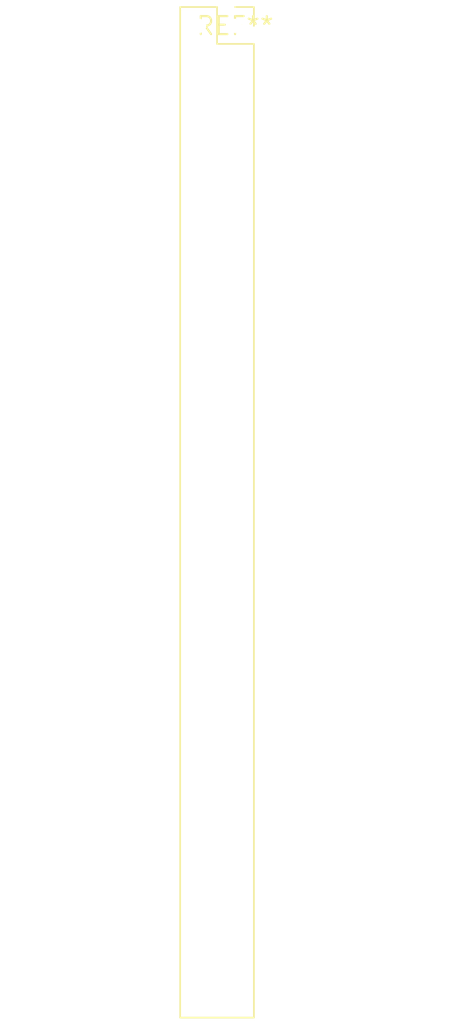
<source format=kicad_pcb>
(kicad_pcb (version 20240108) (generator pcbnew)
  (layers (0 "F.Cu" signal) (31 "B.Cu" signal) (34 "B.Paste" user) (35 "F.Paste" user) (36 "B.SilkS" user "B.Silkscreen") (37 "F.SilkS" user "F.Silkscreen") (38 "B.Mask" user) (39 "F.Mask" user) (44 "Edge.Cuts" user))
  (net 0 "")
  (footprint "PinSocket_2x28_P2.54mm_Vertical" (layer "F.Cu") (at 0 0)
    (property "Reference" "REF**")
    (property "Value" "PinSocket_2x28_P2.54mm_Vertical")
    (fp_line (start -3.87 -1.33) (end -3.87 69.91) (layer "F.SilkS") (stroke (width 0.12)))
    (fp_line (start -3.87 -1.33) (end -1.27 -1.33) (layer "F.SilkS") (stroke (width 0.12)))
    (fp_line (start -3.87 69.91) (end 1.33 69.91) (layer "F.SilkS") (stroke (width 0.12)))
    (fp_line (start -1.27 -1.33) (end -1.27 1.27) (layer "F.SilkS") (stroke (width 0.12)))
    (fp_line (start -1.27 1.27) (end 1.33 1.27) (layer "F.SilkS") (stroke (width 0.12)))
    (fp_line (start 0 -1.33) (end 1.33 -1.33) (layer "F.SilkS") (stroke (width 0.12)))
    (fp_line (start 1.33 -1.33) (end 1.33 0) (layer "F.SilkS") (stroke (width 0.12)))
    (fp_line (start 1.33 1.27) (end 1.33 69.91) (layer "F.SilkS") (stroke (width 0.12)))
    (pad "1" thru_hole rect (at 0 0) (size 1.7 1.7) (drill 1) (layers *.Cu *.Mask) (remove_unused_layers))
    (pad "2" thru_hole oval (at -2.54 0) (size 1.7 1.7) (drill 1) (layers *.Cu *.Mask) (remove_unused_layers))
    (pad "3" thru_hole oval (at 0 2.54) (size 1.7 1.7) (drill 1) (layers *.Cu *.Mask) (remove_unused_layers))
    (pad "4" thru_hole oval (at -2.54 2.54) (size 1.7 1.7) (drill 1) (layers *.Cu *.Mask) (remove_unused_layers))
    (pad "5" thru_hole oval (at 0 5.08) (size 1.7 1.7) (drill 1) (layers *.Cu *.Mask) (remove_unused_layers))
    (pad "6" thru_hole oval (at -2.54 5.08) (size 1.7 1.7) (drill 1) (layers *.Cu *.Mask) (remove_unused_layers))
    (pad "7" thru_hole oval (at 0 7.62) (size 1.7 1.7) (drill 1) (layers *.Cu *.Mask) (remove_unused_layers))
    (pad "8" thru_hole oval (at -2.54 7.62) (size 1.7 1.7) (drill 1) (layers *.Cu *.Mask) (remove_unused_layers))
    (pad "9" thru_hole oval (at 0 10.16) (size 1.7 1.7) (drill 1) (layers *.Cu *.Mask) (remove_unused_layers))
    (pad "10" thru_hole oval (at -2.54 10.16) (size 1.7 1.7) (drill 1) (layers *.Cu *.Mask) (remove_unused_layers))
    (pad "11" thru_hole oval (at 0 12.7) (size 1.7 1.7) (drill 1) (layers *.Cu *.Mask) (remove_unused_layers))
    (pad "12" thru_hole oval (at -2.54 12.7) (size 1.7 1.7) (drill 1) (layers *.Cu *.Mask) (remove_unused_layers))
    (pad "13" thru_hole oval (at 0 15.24) (size 1.7 1.7) (drill 1) (layers *.Cu *.Mask) (remove_unused_layers))
    (pad "14" thru_hole oval (at -2.54 15.24) (size 1.7 1.7) (drill 1) (layers *.Cu *.Mask) (remove_unused_layers))
    (pad "15" thru_hole oval (at 0 17.78) (size 1.7 1.7) (drill 1) (layers *.Cu *.Mask) (remove_unused_layers))
    (pad "16" thru_hole oval (at -2.54 17.78) (size 1.7 1.7) (drill 1) (layers *.Cu *.Mask) (remove_unused_layers))
    (pad "17" thru_hole oval (at 0 20.32) (size 1.7 1.7) (drill 1) (layers *.Cu *.Mask) (remove_unused_layers))
    (pad "18" thru_hole oval (at -2.54 20.32) (size 1.7 1.7) (drill 1) (layers *.Cu *.Mask) (remove_unused_layers))
    (pad "19" thru_hole oval (at 0 22.86) (size 1.7 1.7) (drill 1) (layers *.Cu *.Mask) (remove_unused_layers))
    (pad "20" thru_hole oval (at -2.54 22.86) (size 1.7 1.7) (drill 1) (layers *.Cu *.Mask) (remove_unused_layers))
    (pad "21" thru_hole oval (at 0 25.4) (size 1.7 1.7) (drill 1) (layers *.Cu *.Mask) (remove_unused_layers))
    (pad "22" thru_hole oval (at -2.54 25.4) (size 1.7 1.7) (drill 1) (layers *.Cu *.Mask) (remove_unused_layers))
    (pad "23" thru_hole oval (at 0 27.94) (size 1.7 1.7) (drill 1) (layers *.Cu *.Mask) (remove_unused_layers))
    (pad "24" thru_hole oval (at -2.54 27.94) (size 1.7 1.7) (drill 1) (layers *.Cu *.Mask) (remove_unused_layers))
    (pad "25" thru_hole oval (at 0 30.48) (size 1.7 1.7) (drill 1) (layers *.Cu *.Mask) (remove_unused_layers))
    (pad "26" thru_hole oval (at -2.54 30.48) (size 1.7 1.7) (drill 1) (layers *.Cu *.Mask) (remove_unused_layers))
    (pad "27" thru_hole oval (at 0 33.02) (size 1.7 1.7) (drill 1) (layers *.Cu *.Mask) (remove_unused_layers))
    (pad "28" thru_hole oval (at -2.54 33.02) (size 1.7 1.7) (drill 1) (layers *.Cu *.Mask) (remove_unused_layers))
    (pad "29" thru_hole oval (at 0 35.56) (size 1.7 1.7) (drill 1) (layers *.Cu *.Mask) (remove_unused_layers))
    (pad "30" thru_hole oval (at -2.54 35.56) (size 1.7 1.7) (drill 1) (layers *.Cu *.Mask) (remove_unused_layers))
    (pad "31" thru_hole oval (at 0 38.1) (size 1.7 1.7) (drill 1) (layers *.Cu *.Mask) (remove_unused_layers))
    (pad "32" thru_hole oval (at -2.54 38.1) (size 1.7 1.7) (drill 1) (layers *.Cu *.Mask) (remove_unused_layers))
    (pad "33" thru_hole oval (at 0 40.64) (size 1.7 1.7) (drill 1) (layers *.Cu *.Mask) (remove_unused_layers))
    (pad "34" thru_hole oval (at -2.54 40.64) (size 1.7 1.7) (drill 1) (layers *.Cu *.Mask) (remove_unused_layers))
    (pad "35" thru_hole oval (at 0 43.18) (size 1.7 1.7) (drill 1) (layers *.Cu *.Mask) (remove_unused_layers))
    (pad "36" thru_hole oval (at -2.54 43.18) (size 1.7 1.7) (drill 1) (layers *.Cu *.Mask) (remove_unused_layers))
    (pad "37" thru_hole oval (at 0 45.72) (size 1.7 1.7) (drill 1) (layers *.Cu *.Mask) (remove_unused_layers))
    (pad "38" thru_hole oval (at -2.54 45.72) (size 1.7 1.7) (drill 1) (layers *.Cu *.Mask) (remove_unused_layers))
    (pad "39" thru_hole oval (at 0 48.26) (size 1.7 1.7) (drill 1) (layers *.Cu *.Mask) (remove_unused_layers))
    (pad "40" thru_hole oval (at -2.54 48.26) (size 1.7 1.7) (drill 1) (layers *.Cu *.Mask) (remove_unused_layers))
    (pad "41" thru_hole oval (at 0 50.8) (size 1.7 1.7) (drill 1) (layers *.Cu *.Mask) (remove_unused_layers))
    (pad "42" thru_hole oval (at -2.54 50.8) (size 1.7 1.7) (drill 1) (layers *.Cu *.Mask) (remove_unused_layers))
    (pad "43" thru_hole oval (at 0 53.34) (size 1.7 1.7) (drill 1) (layers *.Cu *.Mask) (remove_unused_layers))
    (pad "44" thru_hole oval (at -2.54 53.34) (size 1.7 1.7) (drill 1) (layers *.Cu *.Mask) (remove_unused_layers))
    (pad "45" thru_hole oval (at 0 55.88) (size 1.7 1.7) (drill 1) (layers *.Cu *.Mask) (remove_unused_layers))
    (pad "46" thru_hole oval (at -2.54 55.88) (size 1.7 1.7) (drill 1) (layers *.Cu *.Mask) (remove_unused_layers))
    (pad "47" thru_hole oval (at 0 58.42) (size 1.7 1.7) (drill 1) (layers *.Cu *.Mask) (remove_unused_layers))
    (pad "48" thru_hole oval (at -2.54 58.42) (size 1.7 1.7) (drill 1) (layers *.Cu *.Mask) (remove_unused_layers))
    (pad "49" thru_hole oval (at 0 60.96) (size 1.7 1.7) (drill 1) (layers *.Cu *.Mask) (remove_unused_layers))
    (pad "50" thru_hole oval (at -2.54 60.96) (size 1.7 1.7) (drill 1) (layers *.Cu *.Mask) (remove_unused_layers))
    (pad "51" thru_hole oval (at 0 63.5) (size 1.7 1.7) (drill 1) (layers *.Cu *.Mask) (remove_unused_layers))
    (pad "52" thru_hole oval (at -2.54 63.5) (size 1.7 1.7) (drill 1) (layers *.Cu *.Mask) (remove_unused_layers))
    (pad "53" thru_hole oval (at 0 66.04) (size 1.7 1.7) (drill 1) (layers *.Cu *.Mask) (remove_unused_layers))
    (pad "54" thru_hole oval (at -2.54 66.04) (size 1.7 1.7) (drill 1) (layers *.Cu *.Mask) (remove_unused_layers))
    (pad "55" thru_hole oval (at 0 68.58) (size 1.7 1.7) (drill 1) (layers *.Cu *.Mask) (remove_unused_layers))
    (pad "56" thru_hole oval (at -2.54 68.58) (size 1.7 1.7) (drill 1) (layers *.Cu *.Mask) (remove_unused_layers))
  )
)
</source>
